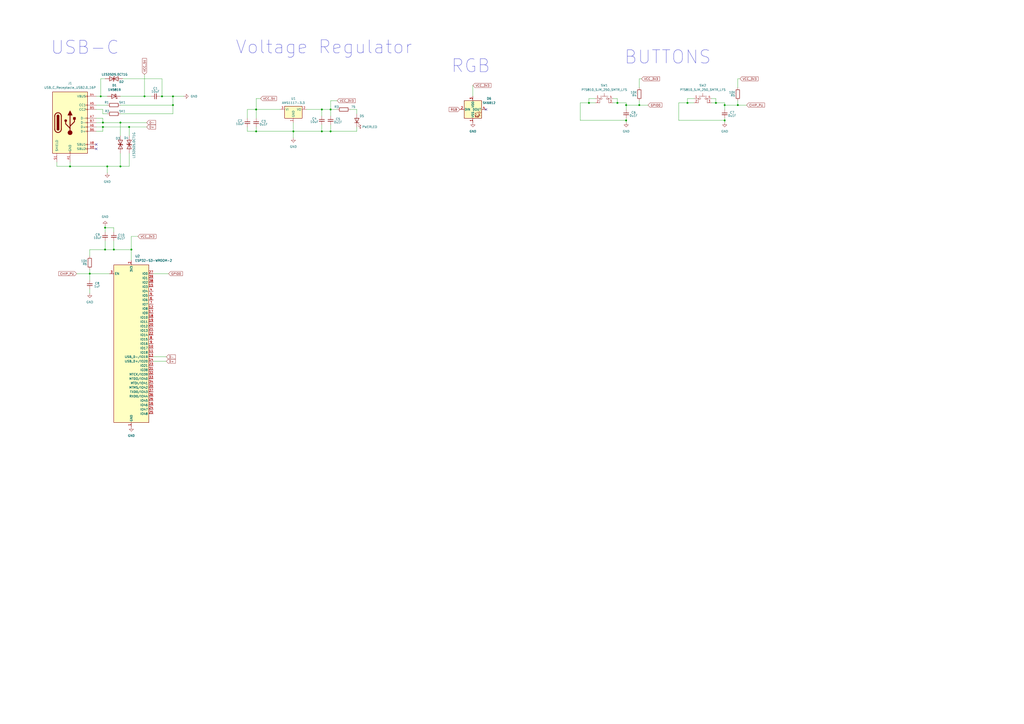
<source format=kicad_sch>
(kicad_sch (version 20231120) (generator "eeschema") (generator_version "8.0")
  (paper "A2")
  (title_block (title "ESP32-S3_BASE") (date "2024-02-28") (rev "1.0") (company "Scott Hendricks"))
  (lib_symbols
    (symbol "Connector:USB_C_Receptacle_USB2.0_16P" (pin_names (offset 1.016))
      (property "Reference" "J" (at 0 22.225 0))
      (property "Value" "USB_C_Receptacle_USB2.0_16P" (at 0 19.685 0))
      (symbol "USB_C_Receptacle_USB2.0_16P_0_0"
        (rectangle (start -0.254 -17.78) (end 0.254 -16.764))
        (rectangle (start 10.16 -14.986) (end 9.144 -15.494))
        (rectangle (start 10.16 -12.446) (end 9.144 -12.954))
        (rectangle (start 10.16 -4.826) (end 9.144 -5.334))
        (rectangle (start 10.16 -2.286) (end 9.144 -2.794))
        (rectangle (start 10.16 0.254) (end 9.144 -0.254))
        (rectangle (start 10.16 2.794) (end 9.144 2.286))
        (rectangle (start 10.16 7.874) (end 9.144 7.366))
        (rectangle (start 10.16 10.414) (end 9.144 9.906))
        (rectangle (start 10.16 15.494) (end 9.144 14.986))
      )
      (symbol "USB_C_Receptacle_USB2.0_16P_0_1"
        (rectangle (start -10.16 17.78) (end 10.16 -17.78) (stroke (width 0.254)) (fill (type background)))
        (arc (start -8.89 -3.81) (mid -6.985 -5.7067) (end -5.08 -3.81) (stroke (width 0.508)))
        (arc (start -7.62 -3.81) (mid -6.985 -4.4423) (end -6.35 -3.81) (stroke (width 0.254)))
        (arc (start -7.62 -3.81) (mid -6.985 -4.4423) (end -6.35 -3.81) (stroke (width 0.254)) (fill (type outline)))
        (rectangle (start -7.62 -3.81) (end -6.35 3.81) (stroke (width 0.254)) (fill (type outline)))
        (arc (start -6.35 3.81) (mid -6.985 4.4423) (end -7.62 3.81) (stroke (width 0.254)))
        (arc (start -6.35 3.81) (mid -6.985 4.4423) (end -7.62 3.81) (stroke (width 0.254)) (fill (type outline)))
        (arc (start -5.08 3.81) (mid -6.985 5.7067) (end -8.89 3.81) (stroke (width 0.508)))
        (circle (center -2.54 1.143) (radius 0.635) (stroke (width 0.254)) (fill (type outline)))
        (circle (center 0 -5.842) (radius 1.27) (fill (type outline)))
        (polyline (pts (xy -8.89 -3.81) (xy -8.89 3.81)) (stroke (width 0.508)))
        (polyline (pts (xy -5.08 3.81) (xy -5.08 -3.81)) (stroke (width 0.508)))
        (polyline (pts (xy 0 -5.842) (xy 0 4.318)) (stroke (width 0.508)))
        (polyline (pts (xy 0 -3.302) (xy -2.54 -0.762) (xy -2.54 0.508)) (stroke (width 0.508)))
        (polyline (pts (xy 0 -2.032) (xy 2.54 0.508) (xy 2.54 1.778)) (stroke (width 0.508)))
        (polyline (pts (xy -1.27 4.318) (xy 0 6.858) (xy 1.27 4.318) (xy -1.27 4.318)) (stroke (width 0.254)) (fill (type outline)))
        (rectangle (start 1.905 1.778) (end 3.175 3.048) (stroke (width 0.254)) (fill (type outline)))
      )
      (symbol "USB_C_Receptacle_USB2.0_16P_1_1"
        (pin passive line (at 0 -22.86 90) (length 5.08) (name "GND") (number "A1"))
        (pin passive line (at 0 -22.86 90) (length 5.08) hide (name "GND") (number "A12"))
        (pin passive line (at 15.24 15.24 180) (length 5.08) (name "VBUS") (number "A4"))
        (pin bidirectional line (at 15.24 10.16 180) (length 5.08) (name "CC1") (number "A5"))
        (pin bidirectional line (at 15.24 -2.54 180) (length 5.08) (name "D+") (number "A6"))
        (pin bidirectional line (at 15.24 2.54 180) (length 5.08) (name "D-") (number "A7"))
        (pin bidirectional line (at 15.24 -12.7 180) (length 5.08) (name "SBU1") (number "A8"))
        (pin passive line (at 15.24 15.24 180) (length 5.08) hide (name "VBUS") (number "A9"))
        (pin passive line (at 0 -22.86 90) (length 5.08) hide (name "GND") (number "B1"))
        (pin passive line (at 0 -22.86 90) (length 5.08) hide (name "GND") (number "B12"))
        (pin passive line (at 15.24 15.24 180) (length 5.08) hide (name "VBUS") (number "B4"))
        (pin bidirectional line (at 15.24 7.62 180) (length 5.08) (name "CC2") (number "B5"))
        (pin bidirectional line (at 15.24 -5.08 180) (length 5.08) (name "D+") (number "B6"))
        (pin bidirectional line (at 15.24 0 180) (length 5.08) (name "D-") (number "B7"))
        (pin bidirectional line (at 15.24 -15.24 180) (length 5.08) (name "SBU2") (number "B8"))
        (pin passive line (at 15.24 15.24 180) (length 5.08) hide (name "VBUS") (number "B9"))
        (pin passive line (at -7.62 -22.86 90) (length 5.08) (name "SHIELD") (number "S1"))
      )
    )
    (symbol "Device:C_Small" (pin_numbers hide) (pin_names (offset 0.254) hide)
      (property "Reference" "C" (at 0.254 1.778 0))
      (property "Value" "C_Small" (at 0.254 -2.032 0))
      (symbol "C_Small_0_1"
        (polyline (pts (xy -1.524 -0.508) (xy 1.524 -0.508)) (stroke (width 0.3302)))
        (polyline (pts (xy -1.524 0.508) (xy 1.524 0.508)) (stroke (width 0.3048)))
      )
      (symbol "C_Small_1_1"
        (pin passive line (at 0 2.54 270) (length 2.032) (name "~") (number "1"))
        (pin passive line (at 0 -2.54 90) (length 2.032) (name "~") (number "2"))
      )
    )
    (symbol "Device:LED" (pin_numbers hide) (pin_names (offset 1.016) hide)
      (property "Reference" "D" (at 0 2.54 0))
      (property "Value" "LED" (at 0 -2.54 0))
      (symbol "LED_0_1"
        (polyline (pts (xy -1.27 -1.27) (xy -1.27 1.27)) (stroke (width 0.254)))
        (polyline (pts (xy -1.27 0) (xy 1.27 0)))
        (polyline (pts (xy 1.27 -1.27) (xy 1.27 1.27) (xy -1.27 0) (xy 1.27 -1.27)) (stroke (width 0.254)))
        (polyline (pts (xy -3.048 -0.762) (xy -4.572 -2.286) (xy -3.81 -2.286) (xy -4.572 -2.286) (xy -4.572 -1.524)))
        (polyline (pts (xy -1.778 -0.762) (xy -3.302 -2.286) (xy -2.54 -2.286) (xy -3.302 -2.286) (xy -3.302 -1.524)))
      )
      (symbol "LED_1_1"
        (pin passive line (at -3.81 0 0) (length 2.54) (name "K") (number "1"))
        (pin passive line (at 3.81 0 180) (length 2.54) (name "A") (number "2"))
      )
    )
    (symbol "Device:R" (pin_numbers hide) (pin_names (offset 0))
      (property "Reference" "R" (at 2.032 0 90))
      (property "Value" "R" (at 0 0 90))
      (symbol "R_0_1"
        (rectangle (start -1.016 -2.54) (end 1.016 2.54) (stroke (width 0.254)))
      )
      (symbol "R_1_1"
        (pin passive line (at 0 3.81 270) (length 1.27) (name "~") (number "1"))
        (pin passive line (at 0 -3.81 90) (length 1.27) (name "~") (number "2"))
      )
    )
    (symbol "Diode:1N5819" (pin_numbers hide) (pin_names (offset 1.016) hide)
      (property "Reference" "D" (at 0 2.54 0))
      (property "Value" "1N5819" (at 0 -2.54 0))
      (symbol "1N5819_0_1"
        (polyline (pts (xy 1.27 0) (xy -1.27 0)))
        (polyline (pts (xy 1.27 1.27) (xy 1.27 -1.27) (xy -1.27 0) (xy 1.27 1.27)) (stroke (width 0.254)))
        (polyline (pts (xy -1.905 0.635) (xy -1.905 1.27) (xy -1.27 1.27) (xy -1.27 -1.27) (xy -0.635 -1.27) (xy -0.635 -0.635)) (stroke (width 0.254)))
      )
      (symbol "1N5819_1_1"
        (pin passive line (at -3.81 0 0) (length 2.54) (name "K") (number "1"))
        (pin passive line (at 3.81 0 180) (length 2.54) (name "A") (number "2"))
      )
    )
    (symbol "Diode:ESD5Zxx" (pin_numbers hide) (pin_names hide)
      (property "Reference" "D2" (at 0 6.35 0))
      (property "Value" "ESD5Zxx" (at 0 3.81 0))
      (symbol "ESD5Zxx_0_1"
        (polyline (pts (xy -1.27 0) (xy -3.81 0)))
        (polyline (pts (xy 1.27 0) (xy -1.27 0)))
        (polyline (pts (xy -1.27 -1.27) (xy -1.27 1.27) (xy -0.762 1.27)) (stroke (width 0.254)))
        (polyline (pts (xy -1.27 1.27) (xy -1.27 -1.27) (xy -1.778 -1.27)) (stroke (width 0.254)))
        (polyline (pts (xy -3.81 1.27) (xy -3.81 -1.27) (xy -1.27 0) (xy -3.81 1.27)) (stroke (width 0.254)))
        (polyline (pts (xy 1.27 -1.27) (xy 1.27 1.27) (xy -1.27 0) (xy 1.27 -1.27)) (stroke (width 0.254)))
      )
      (symbol "ESD5Zxx_1_1"
        (pin passive line (at -6.35 0 0) (length 2.54) (name "K") (number "1"))
        (pin passive line (at 3.81 0 180) (length 2.54) (name "A") (number "2"))
      )
    )
    (symbol "LED:SK6812" (pin_names (offset 0.254))
      (property "Reference" "D" (at 5.08 5.715 0))
      (property "Value" "SK6812" (at 1.27 -5.715 0))
      (symbol "SK6812_0_0"
        (text "RGB" (at 2.286 -4.191 0) (effects (font (size 0.762 0.762))))
      )
      (symbol "SK6812_0_1"
        (polyline (pts (xy 1.27 -3.556) (xy 1.778 -3.556)))
        (polyline (pts (xy 1.27 -2.54) (xy 1.778 -2.54)))
        (polyline (pts (xy 4.699 -3.556) (xy 2.667 -3.556)))
        (polyline (pts (xy 2.286 -2.54) (xy 1.27 -3.556) (xy 1.27 -3.048)))
        (polyline (pts (xy 2.286 -1.524) (xy 1.27 -2.54) (xy 1.27 -2.032)))
        (polyline (pts (xy 3.683 -1.016) (xy 3.683 -3.556) (xy 3.683 -4.064)))
        (polyline (pts (xy 4.699 -1.524) (xy 2.667 -1.524) (xy 3.683 -3.556) (xy 4.699 -1.524)))
        (rectangle (start 5.08 5.08) (end -5.08 -5.08) (stroke (width 0.254)) (fill (type background)))
      )
      (symbol "SK6812_1_1"
        (pin power_in line (at 0 -7.62 90) (length 2.54) (name "VSS") (number "1"))
        (pin input line (at -7.62 0 0) (length 2.54) (name "DIN") (number "2"))
        (pin power_in line (at 0 7.62 270) (length 2.54) (name "VDD") (number "3"))
        (pin output line (at 7.62 0 180) (length 2.54) (name "DOUT") (number "4"))
      )
    )
    (symbol "RF_Module:ESP32-S3-WROOM-2"
      (property "Reference" "U" (at -10.16 45.72 0))
      (property "Value" "ESP32-S3-WROOM-2" (at 2.54 45.72 0))
      (symbol "ESP32-S3-WROOM-2_0_1"
        (rectangle (start -10.16 45.72) (end 10.16 -45.72) (stroke (width 0.254)) (fill (type background)))
      )
      (symbol "ESP32-S3-WROOM-2_1_1"
        (pin power_in line (at 0 -48.26 90) (length 2.54) (name "GND") (number "1"))
        (pin bidirectional line (at 12.7 -2.54 180) (length 2.54) (name "IO17") (number "10"))
        (pin bidirectional line (at 12.7 -5.08 180) (length 2.54) (name "IO18") (number "11"))
        (pin bidirectional line (at 12.7 20.32 180) (length 2.54) (name "IO8") (number "12"))
        (pin bidirectional line (at 12.7 -7.62 180) (length 2.54) (name "USB_D-/IO19") (number "13"))
        (pin bidirectional line (at 12.7 -10.16 180) (length 2.54) (name "USB_D+/IO20") (number "14"))
        (pin bidirectional line (at 12.7 33.02 180) (length 2.54) (name "IO3") (number "15"))
        (pin bidirectional line (at 12.7 -35.56 180) (length 2.54) (name "IO46") (number "16"))
        (pin bidirectional line (at 12.7 17.78 180) (length 2.54) (name "IO9") (number "17"))
        (pin bidirectional line (at 12.7 15.24 180) (length 2.54) (name "IO10") (number "18"))
        (pin bidirectional line (at 12.7 12.7 180) (length 2.54) (name "IO11") (number "19"))
        (pin power_in line (at 0 48.26 270) (length 2.54) (name "3V3") (number "2"))
        (pin bidirectional line (at 12.7 10.16 180) (length 2.54) (name "IO12") (number "20"))
        (pin bidirectional line (at 12.7 7.62 180) (length 2.54) (name "IO13") (number "21"))
        (pin bidirectional line (at 12.7 5.08 180) (length 2.54) (name "IO14") (number "22"))
        (pin bidirectional line (at 12.7 -12.7 180) (length 2.54) (name "IO21") (number "23"))
        (pin bidirectional line (at 12.7 -38.1 180) (length 2.54) (name "IO47") (number "24"))
        (pin bidirectional line (at 12.7 -40.64 180) (length 2.54) (name "IO48") (number "25"))
        (pin bidirectional line (at 12.7 -33.02 180) (length 2.54) (name "IO45") (number "26"))
        (pin bidirectional line (at 12.7 40.64 180) (length 2.54) (name "IO0") (number "27"))
        (pin no_connect line (at -10.16 -35.56 0) (length 2.54) hide (name "NC") (number "28"))
        (pin no_connect line (at -10.16 -38.1 0) (length 2.54) hide (name "NC") (number "29"))
        (pin input line (at -12.7 40.64 0) (length 2.54) (name "EN") (number "3"))
        (pin no_connect line (at -10.16 -40.64 0) (length 2.54) hide (name "NC") (number "30"))
        (pin bidirectional line (at 12.7 -15.24 180) (length 2.54) (name "IO38") (number "31"))
        (pin bidirectional line (at 12.7 -17.78 180) (length 2.54) (name "MTCK/IO39") (number "32"))
        (pin bidirectional line (at 12.7 -20.32 180) (length 2.54) (name "MTDO/IO40") (number "33"))
        (pin bidirectional line (at 12.7 -22.86 180) (length 2.54) (name "MTDI/IO41") (number "34"))
        (pin bidirectional line (at 12.7 -25.4 180) (length 2.54) (name "MTMS/IO42") (number "35"))
        (pin bidirectional line (at 12.7 -30.48 180) (length 2.54) (name "RXD0/IO44") (number "36"))
        (pin bidirectional line (at 12.7 -27.94 180) (length 2.54) (name "TXD0/IO43") (number "37"))
        (pin bidirectional line (at 12.7 35.56 180) (length 2.54) (name "IO2") (number "38"))
        (pin bidirectional line (at 12.7 38.1 180) (length 2.54) (name "IO1") (number "39"))
        (pin bidirectional line (at 12.7 30.48 180) (length 2.54) (name "IO4") (number "4"))
        (pin passive line (at 0 -48.26 90) (length 2.54) hide (name "GND") (number "40"))
        (pin passive line (at 0 -48.26 90) (length 2.54) hide (name "GND") (number "41"))
        (pin bidirectional line (at 12.7 27.94 180) (length 2.54) (name "IO5") (number "5"))
        (pin bidirectional line (at 12.7 25.4 180) (length 2.54) (name "IO6") (number "6"))
        (pin bidirectional line (at 12.7 22.86 180) (length 2.54) (name "IO7") (number "7"))
        (pin bidirectional line (at 12.7 2.54 180) (length 2.54) (name "IO15") (number "8"))
        (pin bidirectional line (at 12.7 0 180) (length 2.54) (name "IO16") (number "9"))
      )
    )
    (symbol "Regulator_Linear:AMS1117-3.3"
      (property "Reference" "U" (at -3.81 3.175 0))
      (property "Value" "AMS1117-3.3" (at 0 3.175 0))
      (symbol "AMS1117-3.3_0_1"
        (rectangle (start -5.08 -5.08) (end 5.08 1.905) (stroke (width 0.254)) (fill (type background)))
      )
      (symbol "AMS1117-3.3_1_1"
        (pin power_in line (at 0 -7.62 90) (length 2.54) (name "GND") (number "1"))
        (pin power_out line (at 7.62 0 180) (length 2.54) (name "VO") (number "2"))
        (pin power_in line (at -7.62 0 0) (length 2.54) (name "VI") (number "3"))
      )
    )
    (symbol "Switch:SW_MEC_5E" (pin_names (offset 1.016) hide)
      (property "Reference" "SW" (at 0.635 5.715 0))
      (property "Value" "SW_MEC_5E" (at 0 -3.175 0))
      (symbol "SW_MEC_5E_0_1"
        (circle (center -1.778 2.54) (radius 0.508))
        (polyline (pts (xy -2.286 3.81) (xy 2.286 3.81)))
        (polyline (pts (xy 0 3.81) (xy 0 5.588)))
        (polyline (pts (xy -2.54 0) (xy -2.54 2.54) (xy -2.286 2.54)))
        (polyline (pts (xy 2.54 0) (xy 2.54 2.54) (xy 2.286 2.54)))
        (circle (center 1.778 2.54) (radius 0.508))
        (pin passive line (at -5.08 2.54 0) (length 2.54) (name "1") (number "1"))
        (pin passive line (at -5.08 0 0) (length 2.54) (name "2") (number "2"))
        (pin passive line (at 5.08 0 180) (length 2.54) (name "K") (number "3"))
        (pin passive line (at 5.08 2.54 180) (length 2.54) (name "A") (number "4"))
      )
    )
    (symbol "power:GND" (power) (pin_numbers hide) (pin_names (offset 0) hide)
      (property "Value" "GND" (at 0 -3.81 0))
      (symbol "GND_0_1"
        (polyline (pts (xy 0 0) (xy 0 -1.27) (xy 1.27 -1.27) (xy 0 -2.54) (xy -1.27 -1.27) (xy 0 -1.27)))
      )
      (symbol "GND_1_1"
        (pin power_in line (at 0 0 270) (length 0) (name "~") (number "1"))
      )
    )
  )
  (junction (at 52.07 158.75))
  (junction (at 100.33 55.88))
  (junction (at 186.69 76.2))
  (junction (at 93.98 55.88))
  (junction (at 341.63 59.69))
  (junction (at 420.37 69.85))
  (junction (at 370.84 60.96))
  (junction (at 420.37 60.96))
  (junction (at 59.69 71.12))
  (junction (at 358.14 59.69))
  (junction (at 148.59 63.5))
  (junction (at 40.64 96.52))
  (junction (at 83.82 55.88))
  (junction (at 170.18 76.2))
  (junction (at 59.69 73.66))
  (junction (at 76.2 144.78))
  (junction (at 60.96 132.08))
  (junction (at 100.33 60.96))
  (junction (at 69.85 96.52))
  (junction (at 363.22 60.96))
  (junction (at 74.93 73.66))
  (junction (at 69.85 71.12))
  (junction (at 58.42 55.88))
  (junction (at 415.29 59.69))
  (junction (at 398.78 59.69))
  (junction (at 191.77 76.2))
  (junction (at 427.99 60.96))
  (junction (at 191.77 63.5))
  (junction (at 62.23 96.52))
  (junction (at 186.69 63.5))
  (junction (at 148.59 76.2))
  (junction (at 60.96 144.78))
  (junction (at 363.22 69.85))
  (junction (at 66.04 144.78))
  (no_connect (at 281.94 63.5))
  (no_connect (at 55.88 83.82))
  (no_connect (at 55.88 86.36))
  (wire (pts (xy 52.07 148.59) (xy 52.07 144.78)))
  (wire (pts (xy 69.85 71.12) (xy 85.09 71.12)))
  (wire (pts (xy 59.69 73.66) (xy 59.69 76.2)))
  (wire (pts (xy 55.88 55.88) (xy 58.42 55.88)))
  (wire (pts (xy 151.13 57.15) (xy 148.59 57.15)))
  (wire (pts (xy 143.51 63.5) (xy 143.51 68.58)))
  (wire (pts (xy 415.29 57.15) (xy 415.29 59.69)))
  (wire (pts (xy 148.59 76.2) (xy 143.51 76.2)))
  (wire (pts (xy 191.77 63.5) (xy 195.58 63.5)))
  (wire (pts (xy 40.64 96.52) (xy 62.23 96.52)))
  (wire (pts (xy 412.75 57.15) (xy 415.29 57.15)))
  (wire (pts (xy 191.77 76.2) (xy 207.01 76.2)))
  (wire (pts (xy 148.59 63.5) (xy 148.59 68.58)))
  (wire (pts (xy 170.18 76.2) (xy 186.69 76.2)))
  (wire (pts (xy 191.77 63.5) (xy 186.69 63.5)))
  (wire (pts (xy 83.82 43.18) (xy 83.82 55.88)))
  (wire (pts (xy 59.69 66.04) (xy 59.69 63.5)))
  (wire (pts (xy 52.07 156.21) (xy 52.07 158.75)))
  (wire (pts (xy 92.71 55.88) (xy 93.98 55.88)))
  (wire (pts (xy 66.04 139.7) (xy 66.04 144.78)))
  (wire (pts (xy 100.33 60.96) (xy 100.33 55.88)))
  (wire (pts (xy 355.6 57.15) (xy 358.14 57.15)))
  (wire (pts (xy 60.96 132.08) (xy 60.96 130.81)))
  (wire (pts (xy 55.88 76.2) (xy 59.69 76.2)))
  (wire (pts (xy 420.37 60.96) (xy 420.37 63.5)))
  (wire (pts (xy 74.93 73.66) (xy 74.93 78.74)))
  (wire (pts (xy 186.69 76.2) (xy 191.77 76.2)))
  (wire (pts (xy 69.85 96.52) (xy 62.23 96.52)))
  (wire (pts (xy 177.8 63.5) (xy 186.69 63.5)))
  (wire (pts (xy 33.02 93.98) (xy 33.02 96.52)))
  (wire (pts (xy 71.12 45.72) (xy 93.98 45.72)))
  (wire (pts (xy 207.01 73.66) (xy 207.01 76.2)))
  (wire (pts (xy 74.93 88.9) (xy 74.93 96.52)))
  (wire (pts (xy 363.22 69.85) (xy 363.22 71.12)))
  (wire (pts (xy 336.55 59.69) (xy 336.55 69.85)))
  (wire (pts (xy 370.84 50.8) (xy 370.84 45.72)))
  (wire (pts (xy 341.63 59.69) (xy 336.55 59.69)))
  (wire (pts (xy 420.37 69.85) (xy 420.37 71.12)))
  (wire (pts (xy 44.45 158.75) (xy 52.07 158.75)))
  (wire (pts (xy 60.96 139.7) (xy 60.96 144.78)))
  (wire (pts (xy 162.56 63.5) (xy 148.59 63.5)))
  (wire (pts (xy 398.78 57.15) (xy 402.59 57.15)))
  (wire (pts (xy 170.18 76.2) (xy 170.18 80.01)))
  (wire (pts (xy 358.14 57.15) (xy 358.14 59.69)))
  (wire (pts (xy 100.33 66.04) (xy 100.33 60.96)))
  (wire (pts (xy 415.29 59.69) (xy 420.37 59.69)))
  (wire (pts (xy 420.37 59.69) (xy 420.37 60.96)))
  (wire (pts (xy 358.14 59.69) (xy 363.22 59.69)))
  (wire (pts (xy 52.07 167.64) (xy 52.07 170.18)))
  (wire (pts (xy 427.99 45.72) (xy 429.26 45.72)))
  (wire (pts (xy 59.69 63.5) (xy 55.88 63.5)))
  (wire (pts (xy 74.93 96.52) (xy 69.85 96.52)))
  (wire (pts (xy 363.22 68.58) (xy 363.22 69.85)))
  (wire (pts (xy 69.85 71.12) (xy 69.85 78.74)))
  (wire (pts (xy 52.07 144.78) (xy 60.96 144.78)))
  (wire (pts (xy 170.18 76.2) (xy 148.59 76.2)))
  (wire (pts (xy 207.01 63.5) (xy 207.01 66.04)))
  (wire (pts (xy 55.88 60.96) (xy 62.23 60.96)))
  (wire (pts (xy 69.85 60.96) (xy 100.33 60.96)))
  (wire (pts (xy 58.42 55.88) (xy 62.23 55.88)))
  (wire (pts (xy 341.63 57.15) (xy 345.44 57.15)))
  (wire (pts (xy 59.69 71.12) (xy 69.85 71.12)))
  (wire (pts (xy 80.01 137.16) (xy 76.2 137.16)))
  (wire (pts (xy 393.7 69.85) (xy 420.37 69.85)))
  (wire (pts (xy 60.96 132.08) (xy 60.96 134.62)))
  (wire (pts (xy 412.75 59.69) (xy 415.29 59.69)))
  (wire (pts (xy 52.07 158.75) (xy 52.07 162.56)))
  (wire (pts (xy 58.42 45.72) (xy 58.42 55.88)))
  (wire (pts (xy 76.2 151.13) (xy 76.2 144.78)))
  (wire (pts (xy 195.58 58.42) (xy 191.77 58.42)))
  (wire (pts (xy 66.04 132.08) (xy 60.96 132.08)))
  (wire (pts (xy 55.88 71.12) (xy 59.69 71.12)))
  (wire (pts (xy 427.99 60.96) (xy 433.07 60.96)))
  (wire (pts (xy 148.59 63.5) (xy 143.51 63.5)))
  (wire (pts (xy 170.18 71.12) (xy 170.18 76.2)))
  (wire (pts (xy 186.69 72.39) (xy 186.69 76.2)))
  (wire (pts (xy 203.2 63.5) (xy 207.01 63.5)))
  (wire (pts (xy 363.22 59.69) (xy 363.22 60.96)))
  (wire (pts (xy 143.51 73.66) (xy 143.51 76.2)))
  (wire (pts (xy 402.59 59.69) (xy 398.78 59.69)))
  (wire (pts (xy 370.84 45.72) (xy 372.11 45.72)))
  (wire (pts (xy 420.37 68.58) (xy 420.37 69.85)))
  (wire (pts (xy 88.9 209.55) (xy 96.52 209.55)))
  (wire (pts (xy 398.78 59.69) (xy 393.7 59.69)))
  (wire (pts (xy 427.99 58.42) (xy 427.99 60.96)))
  (wire (pts (xy 63.5 158.75) (xy 52.07 158.75)))
  (wire (pts (xy 55.88 68.58) (xy 59.69 68.58)))
  (wire (pts (xy 66.04 144.78) (xy 76.2 144.78)))
  (wire (pts (xy 370.84 58.42) (xy 370.84 60.96)))
  (wire (pts (xy 186.69 63.5) (xy 186.69 67.31)))
  (wire (pts (xy 55.88 73.66) (xy 59.69 73.66)))
  (wire (pts (xy 398.78 57.15) (xy 398.78 59.69)))
  (wire (pts (xy 40.64 93.98) (xy 40.64 96.52)))
  (wire (pts (xy 191.77 72.39) (xy 191.77 76.2)))
  (wire (pts (xy 74.93 73.66) (xy 85.09 73.66)))
  (wire (pts (xy 355.6 59.69) (xy 358.14 59.69)))
  (wire (pts (xy 83.82 55.88) (xy 87.63 55.88)))
  (wire (pts (xy 88.9 158.75) (xy 97.79 158.75)))
  (wire (pts (xy 88.9 207.01) (xy 96.52 207.01)))
  (wire (pts (xy 93.98 55.88) (xy 100.33 55.88)))
  (wire (pts (xy 76.2 137.16) (xy 76.2 144.78)))
  (wire (pts (xy 100.33 55.88) (xy 106.68 55.88)))
  (wire (pts (xy 363.22 60.96) (xy 363.22 63.5)))
  (wire (pts (xy 62.23 96.52) (xy 62.23 100.33)))
  (wire (pts (xy 341.63 57.15) (xy 341.63 59.69)))
  (wire (pts (xy 191.77 67.31) (xy 191.77 63.5)))
  (wire (pts (xy 60.96 45.72) (xy 58.42 45.72)))
  (wire (pts (xy 59.69 66.04) (xy 62.23 66.04)))
  (wire (pts (xy 69.85 88.9) (xy 69.85 96.52)))
  (wire (pts (xy 69.85 55.88) (xy 83.82 55.88)))
  (wire (pts (xy 191.77 58.42) (xy 191.77 63.5)))
  (wire (pts (xy 60.96 144.78) (xy 66.04 144.78)))
  (wire (pts (xy 363.22 60.96) (xy 370.84 60.96)))
  (wire (pts (xy 393.7 59.69) (xy 393.7 69.85)))
  (wire (pts (xy 69.85 66.04) (xy 100.33 66.04)))
  (wire (pts (xy 33.02 96.52) (xy 40.64 96.52)))
  (wire (pts (xy 370.84 60.96) (xy 375.92 60.96)))
  (wire (pts (xy 93.98 45.72) (xy 93.98 55.88)))
  (wire (pts (xy 336.55 69.85) (xy 363.22 69.85)))
  (wire (pts (xy 274.32 49.53) (xy 274.32 55.88)))
  (wire (pts (xy 420.37 60.96) (xy 427.99 60.96)))
  (wire (pts (xy 59.69 73.66) (xy 74.93 73.66)))
  (wire (pts (xy 427.99 50.8) (xy 427.99 45.72)))
  (wire (pts (xy 345.44 59.69) (xy 341.63 59.69)))
  (wire (pts (xy 59.69 68.58) (xy 59.69 71.12)))
  (wire (pts (xy 66.04 134.62) (xy 66.04 132.08)))
  (wire (pts (xy 148.59 73.66) (xy 148.59 76.2)))
  (wire (pts (xy 148.59 57.15) (xy 148.59 63.5)))
  (text "USB-C" (at 49.276 27.686 0) (effects (font (size 7.62 7.62))))
  (text "RGB\n" (at 273.05 38.354 0) (effects (font (size 7.62 7.62))))
  (text "Voltage Regulator\n" (at 187.96 27.432 0) (effects (font (size 7.62 7.62))))
  (text "BUTTONS\n" (at 387.35 33.274 0) (effects (font (size 7.62 7.62))))
  (global_label "D+" (shape input) (at 96.52 209.55 0) (property "Intersheetrefs" "${INTERSHEET_REFS}" (effects (hide yes))))
  (global_label "VCC_3V3" (shape input) (at 195.58 58.42 0) (property "Intersheetrefs" "${INTERSHEET_REFS}" (effects (hide yes))))
  (global_label "VCC_3V3" (shape input) (at 80.01 137.16 0) (property "Intersheetrefs" "${INTERSHEET_REFS}" (effects (hide yes))))
  (global_label "VCC_3V3" (shape input) (at 429.26 45.72 0) (property "Intersheetrefs" "${INTERSHEET_REFS}" (effects (hide yes))))
  (global_label "GPIO0" (shape input) (at 375.92 60.96 0) (property "Intersheetrefs" "${INTERSHEET_REFS}" (effects (hide yes))))
  (global_label "RGB" (shape input) (at 266.7 63.5 180) (property "Intersheetrefs" "${INTERSHEET_REFS}" (effects (hide yes))))
  (global_label "GPIO0" (shape input) (at 97.79 158.75 0) (property "Intersheetrefs" "${INTERSHEET_REFS}" (effects (hide yes))))
  (global_label "VCC_5V" (shape input) (at 83.82 43.18 90) (property "Intersheetrefs" "${INTERSHEET_REFS}" (effects (hide yes))))
  (global_label "VCC_3V3" (shape input) (at 274.32 49.53 0) (property "Intersheetrefs" "${INTERSHEET_REFS}" (effects (hide yes))))
  (global_label "D-" (shape input) (at 96.52 207.01 0) (property "Intersheetrefs" "${INTERSHEET_REFS}" (effects (hide yes))))
  (global_label "VCC_3V3" (shape input) (at 372.11 45.72 0) (property "Intersheetrefs" "${INTERSHEET_REFS}" (effects (hide yes))))
  (global_label "CHIP_PU" (shape input) (at 44.45 158.75 180) (property "Intersheetrefs" "${INTERSHEET_REFS}" (effects (hide yes))))
  (global_label "VCC_5V" (shape input) (at 151.13 57.15 0) (property "Intersheetrefs" "${INTERSHEET_REFS}" (effects (hide yes))))
  (global_label "D+" (shape input) (at 85.09 73.66 0) (property "Intersheetrefs" "${INTERSHEET_REFS}" (effects (hide yes))))
  (global_label "D-" (shape input) (at 85.09 71.12 0) (property "Intersheetrefs" "${INTERSHEET_REFS}" (effects (hide yes))))
  (global_label "CHIP_PU" (shape input) (at 433.07 60.96 0) (property "Intersheetrefs" "${INTERSHEET_REFS}" (effects (hide yes))))
  (symbol (lib_id "Diode:1N5819") (at 66.04 55.88 180) (unit 1)
    (property "Reference" "D1" (at 66.3575 49.53 0))
    (property "Value" "1N5819" (at 66.3575 52.07 0))
    (property "Footprint" "Diode_THT:D_DO-41_SOD81_P10.16mm_Horizontal" (effects (hide yes)))
    (property "Datasheet" "http://www.vishay.com/docs/88525/1n5817.pdf" (effects (hide yes)))
    (property "Description" "40V 1A Schottky Barrier Rectifier Diode, DO-41" (effects (hide yes)))
  )
  (symbol (lib_id "Device:C_Small") (at 420.37 66.04 0) (unit 1)
    (property "Reference" "C7" (at 424.688 65.278 0))
    (property "Value" "0u1F" (at 424.688 67.056 0))
    (property "Footprint" "Capacitor_SMD:C_0805_2012Metric_Pad1.18x1.45mm_HandSolder" (effects (hide yes)))
    (property "Description" "Unpolarized capacitor, small symbol" (effects (hide yes)))
  )
  (symbol (lib_id "Device:C_Small") (at 90.17 55.88 90) (unit 1)
    (property "Reference" "C1" (at 90.17 51.308 90))
    (property "Value" "10uF" (at 90.17 53.086 90))
    (property "Footprint" "Capacitor_SMD:C_0805_2012Metric_Pad1.18x1.45mm_HandSolder" (effects (hide yes)))
    (property "Description" "Unpolarized capacitor, small symbol" (effects (hide yes)))
  )
  (symbol (lib_id "Device:LED") (at 207.01 69.85 90) (unit 1)
    (property "Reference" "D5" (at 208.534 67.31 90) (effects (justify right)))
    (property "Value" "PWERLED" (at 210.058 73.66 90) (effects (justify right)))
    (property "Footprint" "LED_SMD:LED_0603_1608Metric" (effects (hide yes)))
    (property "Description" "Light emitting diode" (effects (hide yes)))
  )
  (symbol (lib_id "Device:C_Small") (at 143.51 71.12 0) (unit 1)
    (property "Reference" "C2" (at 139.192 70.104 0))
    (property "Value" "10uF" (at 139.192 71.882 0))
    (property "Footprint" "Capacitor_SMD:C_0805_2012Metric_Pad1.18x1.45mm_HandSolder" (effects (hide yes)))
    (property "Description" "Unpolarized capacitor, small symbol" (effects (hide yes)))
  )
  (symbol (lib_id "power:GND") (at 420.37 71.12 0) (unit 1)
    (property "Reference" "#PWR06" (effects (hide yes)))
    (property "Value" "GND" (at 420.37 76.2 0))
    (property "Description" "Power symbol creates a global label with name \"GND\" , ground" (effects (hide yes)))
  )
  (symbol (lib_id "Diode:ESD5Zxx") (at 69.85 82.55 90) (unit 1)
    (property "Reference" "D3" (at 67.056 80.264 90) (effects (justify right)))
    (property "Value" "LESD5D5.0CT1G" (effects (hide yes)))
    (property "Footprint" "Diode_SMD:D_SOD-523" (effects (hide yes)))
    (property "Datasheet" "https://www.onsemi.com/pdf/datasheet/esd5z2.5t1-d.pdf" (effects (hide yes)))
    (property "Description" "ESD BI Direction Protection Diode, SOD-523" (effects (hide yes)))
  )
  (symbol (lib_id "Switch:SW_MEC_5E") (at 407.67 59.69 0) (unit 1)
    (property "Reference" "SW2" (at 407.67 49.53 0))
    (property "Value" "PTS810_SJM_250_SMTR_LFS" (at 407.67 52.07 0))
    (property "Footprint" "PTS815_SJG_250_SMTR_LFS:PTS815SJG250SMTRLFS" (effects (hide yes)))
    (property "Datasheet" "http://www.apem.com/int/index.php?controller=attachment&id_attachment=1371" (effects (hide yes)))
    (property "Description" "MEC 5E single pole normally-open tactile switch" (effects (hide yes)))
  )
  (symbol (lib_id "Device:C_Small") (at 52.07 165.1 0) (unit 1)
    (property "Reference" "C8" (at 56.388 164.338 0))
    (property "Value" "1uF" (at 56.388 166.116 0))
    (property "Footprint" "Capacitor_SMD:C_0805_2012Metric_Pad1.18x1.45mm_HandSolder" (effects (hide yes)))
    (property "Description" "Unpolarized capacitor, small symbol" (effects (hide yes)))
  )
  (symbol (lib_id "Switch:SW_MEC_5E") (at 350.52 59.69 0) (unit 1)
    (property "Reference" "SW1" (at 350.52 49.53 0))
    (property "Value" "PTS810_SJM_250_SMTR_LFS" (at 350.52 52.07 0))
    (property "Footprint" "PTS815_SJG_250_SMTR_LFS:PTS815SJG250SMTRLFS" (effects (hide yes)))
    (property "Datasheet" "http://www.apem.com/int/index.php?controller=attachment&id_attachment=1371" (effects (hide yes)))
    (property "Description" "MEC 5E single pole normally-open tactile switch" (effects (hide yes)))
  )
  (symbol (lib_id "power:GND") (at 363.22 71.12 0) (unit 1)
    (property "Reference" "#PWR05" (effects (hide yes)))
    (property "Value" "GND" (at 363.22 76.2 0))
    (property "Description" "Power symbol creates a global label with name \"GND\" , ground" (effects (hide yes)))
  )
  (symbol (lib_id "Diode:ESD5Zxx") (at 74.93 82.55 90) (unit 1)
    (property "Reference" "D4" (at 71.882 80.01 90) (effects (justify right)))
    (property "Value" "LESD5D5.0CT1G" (at 77.724 76.708 0) (effects (justify right)))
    (property "Footprint" "Diode_SMD:D_SOD-523" (effects (hide yes)))
    (property "Datasheet" "https://www.onsemi.com/pdf/datasheet/esd5z2.5t1-d.pdf" (effects (hide yes)))
    (property "Description" "ESD BI Direction Protection Diode, SOD-523" (effects (hide yes)))
  )
  (symbol (lib_id "Device:R") (at 370.84 54.61 180) (unit 1)
    (property "Reference" "R4" (at 369.316 55.372 0) (effects (justify left)))
    (property "Value" "10K" (at 369.57 53.594 0) (effects (justify left)))
    (property "Footprint" "Resistor_SMD:R_0603_1608Metric_Pad0.98x0.95mm_HandSolder" (effects (hide yes)))
    (property "Description" "Resistor" (effects (hide yes)))
  )
  (symbol (lib_id "Device:R") (at 66.04 66.04 90) (unit 1)
    (property "Reference" "R2" (at 63.5 64.516 90) (effects (justify left)))
    (property "Value" "5K1" (at 72.898 64.516 90) (effects (justify left)))
    (property "Footprint" "Resistor_SMD:R_0603_1608Metric_Pad0.98x0.95mm_HandSolder" (effects (hide yes)))
    (property "Description" "Resistor" (effects (hide yes)))
  )
  (symbol (lib_id "Device:R") (at 52.07 152.4 180) (unit 1)
    (property "Reference" "R6" (at 50.546 153.162 0) (effects (justify left)))
    (property "Value" "10K" (at 50.8 151.384 0) (effects (justify left)))
    (property "Footprint" "Resistor_SMD:R_0603_1608Metric_Pad0.98x0.95mm_HandSolder" (effects (hide yes)))
    (property "Description" "Resistor" (effects (hide yes)))
  )
  (symbol (lib_id "RF_Module:ESP32-S3-WROOM-2") (at 76.2 199.39 0) (unit 1)
    (property "Reference" "U2" (at 78.3941 148.59 0) (effects (justify left)))
    (property "Value" "ESP32-S3-WROOM-2" (at 78.3941 151.13 0) (effects (justify left)))
    (property "Footprint" "RF_Module:ESP32-S3-WROOM-2" (effects (hide yes)))
    (property "Datasheet" "https://www.espressif.com/sites/default/files/documentation/esp32-s3-wroom-2_datasheet_en.pdf" (effects (hide yes)))
    (property "Description" "RF Module, 2.4 GHz, Wi­-Fi, Bluetooth, BLE, ESP32­-S3R8V" (effects (hide yes)))
  )
  (symbol (lib_id "power:GND") (at 106.68 55.88 90) (unit 1)
    (property "Reference" "#PWR02" (effects (hide yes)))
    (property "Value" "GND" (at 110.49 55.8799 90) (effects (justify right)))
    (property "Description" "Power symbol creates a global label with name \"GND\" , ground" (effects (hide yes)))
  )
  (symbol (lib_id "power:GND") (at 170.18 80.01 0) (unit 1)
    (property "Reference" "#PWR03" (effects (hide yes)))
    (property "Value" "GND" (at 170.18 85.09 0))
    (property "Description" "Power symbol creates a global label with name \"GND\" , ground" (effects (hide yes)))
  )
  (symbol (lib_id "Device:R") (at 199.39 63.5 90) (unit 1)
    (property "Reference" "R3" (at 196.596 61.976 90) (effects (justify left)))
    (property "Value" "75" (at 206.248 61.976 90) (effects (justify left)))
    (property "Footprint" "Resistor_SMD:R_0603_1608Metric_Pad0.98x0.95mm_HandSolder" (effects (hide yes)))
    (property "Description" "Resistor" (effects (hide yes)))
  )
  (symbol (lib_id "Device:R") (at 427.99 54.61 180) (unit 1)
    (property "Reference" "R5" (at 426.466 55.372 0) (effects (justify left)))
    (property "Value" "10K" (at 426.72 53.594 0) (effects (justify left)))
    (property "Footprint" "Resistor_SMD:R_0603_1608Metric_Pad0.98x0.95mm_HandSolder" (effects (hide yes)))
    (property "Description" "Resistor" (effects (hide yes)))
  )
  (symbol (lib_id "Device:C_Small") (at 66.04 137.16 0) (unit 1)
    (property "Reference" "C10" (at 70.358 136.398 0))
    (property "Value" "0u1F" (at 70.358 138.176 0))
    (property "Footprint" "Capacitor_SMD:C_0805_2012Metric_Pad1.18x1.45mm_HandSolder" (effects (hide yes)))
    (property "Description" "Unpolarized capacitor, small symbol" (effects (hide yes)))
  )
  (symbol (lib_id "power:GND") (at 274.32 71.12 0) (unit 1)
    (property "Reference" "#PWR04" (effects (hide yes)))
    (property "Value" "GND" (at 274.32 76.2 0))
    (property "Description" "Power symbol creates a global label with name \"GND\" , ground" (effects (hide yes)))
  )
  (symbol (lib_id "Device:C_Small") (at 60.96 137.16 0) (unit 1)
    (property "Reference" "C9" (at 56.642 136.144 0))
    (property "Value" "10uF" (at 56.642 137.922 0))
    (property "Footprint" "Capacitor_SMD:C_0805_2012Metric_Pad1.18x1.45mm_HandSolder" (effects (hide yes)))
    (property "Description" "Unpolarized capacitor, small symbol" (effects (hide yes)))
  )
  (symbol (lib_id "Device:C_Small") (at 186.69 69.85 0) (unit 1)
    (property "Reference" "C4" (at 182.372 68.834 0))
    (property "Value" "10uF" (at 182.372 70.612 0))
    (property "Footprint" "Capacitor_SMD:C_0805_2012Metric_Pad1.18x1.45mm_HandSolder" (effects (hide yes)))
    (property "Description" "Unpolarized capacitor, small symbol" (effects (hide yes)))
  )
  (symbol (lib_id "power:GND") (at 60.96 130.81 180) (unit 1)
    (property "Reference" "#PWR07" (effects (hide yes)))
    (property "Value" "GND" (at 60.96 125.73 0))
    (property "Description" "Power symbol creates a global label with name \"GND\" , ground" (effects (hide yes)))
  )
  (symbol (lib_id "power:GND") (at 76.2 247.65 0) (unit 1)
    (property "Reference" "#PWR09" (effects (hide yes)))
    (property "Value" "GND" (at 76.2 252.73 0))
    (property "Description" "Power symbol creates a global label with name \"GND\" , ground" (effects (hide yes)))
  )
  (symbol (lib_id "power:GND") (at 52.07 170.18 0) (unit 1)
    (property "Reference" "#PWR08" (effects (hide yes)))
    (property "Value" "GND" (at 52.07 175.26 0))
    (property "Description" "Power symbol creates a global label with name \"GND\" , ground" (effects (hide yes)))
  )
  (symbol (lib_id "Device:C_Small") (at 148.59 71.12 0) (unit 1)
    (property "Reference" "C3" (at 152.908 70.358 0))
    (property "Value" "0u1F" (at 152.908 72.136 0))
    (property "Footprint" "Capacitor_SMD:C_0805_2012Metric_Pad1.18x1.45mm_HandSolder" (effects (hide yes)))
    (property "Description" "Unpolarized capacitor, small symbol" (effects (hide yes)))
  )
  (symbol (lib_id "Device:C_Small") (at 363.22 66.04 0) (unit 1)
    (property "Reference" "C6" (at 367.538 65.278 0))
    (property "Value" "0u1F" (at 367.538 67.056 0))
    (property "Footprint" "Capacitor_SMD:C_0805_2012Metric_Pad1.18x1.45mm_HandSolder" (effects (hide yes)))
    (property "Description" "Unpolarized capacitor, small symbol" (effects (hide yes)))
  )
  (symbol (lib_id "Connector:USB_C_Receptacle_USB2.0_16P") (at 40.64 71.12 0) (unit 1)
    (property "Reference" "J1" (at 40.64 48.26 0))
    (property "Value" "USB_C_Receptacle_USB2.0_16P" (at 40.64 50.8 0))
    (property "Footprint" "Connector_USB:USB_C_Receptacle_GCT_USB4105-xx-A_16P_TopMnt_Horizontal" (effects (hide yes)))
    (property "Datasheet" "https://www.usb.org/sites/default/files/documents/usb_type-c.zip" (effects (hide yes)))
    (property "Description" "USB 2.0-only 16P Type-C Receptacle connector" (effects (hide yes)))
  )
  (symbol (lib_id "power:GND") (at 62.23 100.33 0) (unit 1)
    (property "Reference" "#PWR01" (effects (hide yes)))
    (property "Value" "GND" (at 62.23 105.41 0))
    (property "Description" "Power symbol creates a global label with name \"GND\" , ground" (effects (hide yes)))
  )
  (symbol (lib_id "Device:C_Small") (at 191.77 69.85 0) (unit 1)
    (property "Reference" "C5" (at 196.088 69.088 0))
    (property "Value" "0u1F" (at 196.088 70.866 0))
    (property "Footprint" "Capacitor_SMD:C_0805_2012Metric_Pad1.18x1.45mm_HandSolder" (effects (hide yes)))
    (property "Description" "Unpolarized capacitor, small symbol" (effects (hide yes)))
  )
  (symbol (lib_id "Diode:ESD5Zxx") (at 64.77 45.72 180) (unit 1)
    (property "Reference" "D2" (at 69.088 47.498 0) (effects (justify right)))
    (property "Value" "LESD5D5.0CT1G" (at 58.928 43.18 0) (effects (justify right)))
    (property "Footprint" "Diode_SMD:D_SOD-523" (effects (hide yes)))
    (property "Datasheet" "https://www.onsemi.com/pdf/datasheet/esd5z2.5t1-d.pdf" (effects (hide yes)))
    (property "Description" "ESD BI Direction Protection Diode, SOD-523" (effects (hide yes)))
  )
  (symbol (lib_id "Device:R") (at 66.04 60.96 90) (unit 1)
    (property "Reference" "R1" (at 63.246 59.436 90) (effects (justify left)))
    (property "Value" "5K1" (at 72.898 59.436 90) (effects (justify left)))
    (property "Footprint" "Resistor_SMD:R_0603_1608Metric_Pad0.98x0.95mm_HandSolder" (effects (hide yes)))
    (property "Description" "Resistor" (effects (hide yes)))
  )
  (symbol (lib_id "Regulator_Linear:AMS1117-3.3") (at 170.18 63.5 0) (unit 1)
    (property "Reference" "U1" (at 170.18 57.15 0))
    (property "Value" "AMS1117-3.3" (at 170.18 59.69 0))
    (property "Footprint" "Package_TO_SOT_SMD:SOT-223-3_TabPin2" (effects (hide yes)))
    (property "Datasheet" "http://www.advanced-monolithic.com/pdf/ds1117.pdf" (effects (hide yes)))
    (property "Description" "1A Low Dropout regulator, positive, 3.3V fixed output, SOT-223" (effects (hide yes)))
  )
  (symbol (lib_id "LED:SK6812") (at 274.32 63.5 0) (unit 1)
    (property "Reference" "D6" (at 283.718 57.15 0))
    (property "Value" "SK6812" (at 283.718 59.69 0))
    (property "Footprint" "LED_SMD:LED_SK6812_PLCC4_5.0x5.0mm_P3.2mm" (effects (hide yes)))
    (property "Datasheet" "https://cdn-shop.adafruit.com/product-files/1138/SK6812+LED+datasheet+.pdf" (effects (hide yes)))
    (property "Description" "RGB LED with integrated controller" (effects (hide yes)))
  )
)
</source>
